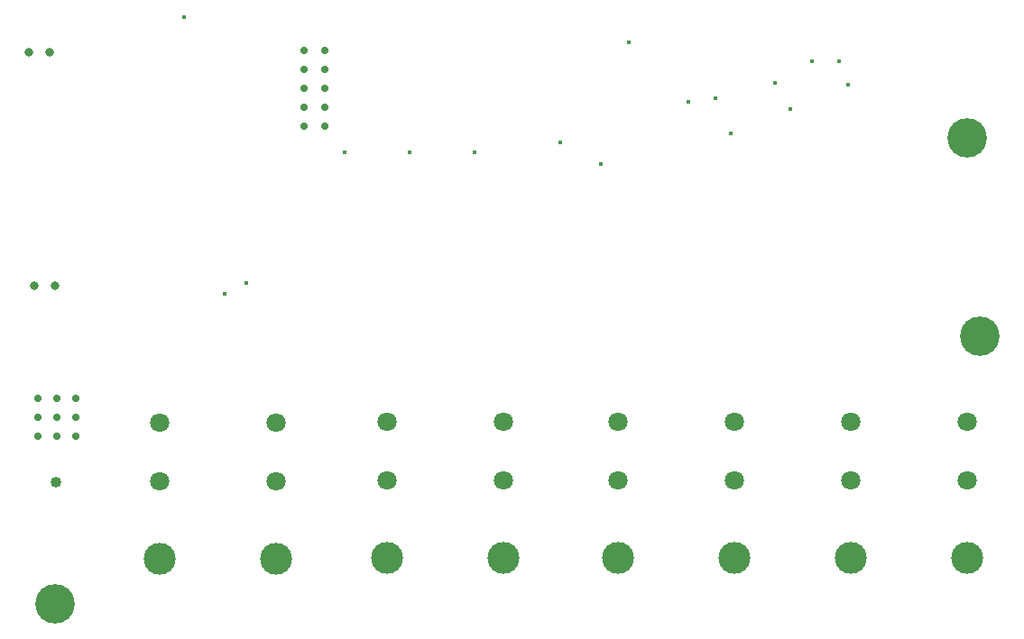
<source format=gbr>
%TF.GenerationSoftware,Altium Limited,Altium Designer,23.2.1 (34)*%
G04 Layer_Color=0*
%FSLAX45Y45*%
%MOMM*%
%TF.SameCoordinates,E9D2124A-86AF-48F7-823B-9A8D6BDBC947*%
%TF.FilePolarity,Positive*%
%TF.FileFunction,Plated,1,2,PTH,Drill*%
%TF.Part,Single*%
G01*
G75*
%TA.AperFunction,ComponentDrill*%
%ADD64C,1.02000*%
%ADD65C,3.70000*%
%ADD66C,1.80000*%
%ADD67C,3.00000*%
%ADD68C,0.80000*%
%TA.AperFunction,ViaDrill,NotFilled*%
%ADD69C,0.38100*%
%ADD70C,0.71120*%
D64*
X3291600Y4241800D02*
D03*
D65*
X11850700Y7476900D02*
D03*
X11965000Y5610000D02*
D03*
X3290900Y3095400D02*
D03*
D66*
X10756900Y4257028D02*
D03*
Y4807028D02*
D03*
X11849100Y4257028D02*
D03*
Y4807028D02*
D03*
X8572500Y4257028D02*
D03*
Y4807028D02*
D03*
X9664700Y4257028D02*
D03*
Y4807028D02*
D03*
X6400800Y4257028D02*
D03*
Y4807028D02*
D03*
X7493000Y4257028D02*
D03*
Y4807028D02*
D03*
X4267200Y4247900D02*
D03*
Y4797900D02*
D03*
X5359400Y4247900D02*
D03*
Y4797900D02*
D03*
D67*
X10756900Y3527028D02*
D03*
X11849100D02*
D03*
X8572500D02*
D03*
X9664700D02*
D03*
X6400800D02*
D03*
X7493000D02*
D03*
X4267200Y3517900D02*
D03*
X5359400D02*
D03*
D68*
X3289300Y6083300D02*
D03*
X3089300D02*
D03*
X3239300Y8283300D02*
D03*
X3039300D02*
D03*
D69*
X10388600Y8191500D02*
D03*
X5080000Y6108700D02*
D03*
X4876800Y6007100D02*
D03*
X4495800Y8610600D02*
D03*
X10045700Y7988300D02*
D03*
X9232900Y7810500D02*
D03*
X9486900Y7848600D02*
D03*
X10185400Y7747000D02*
D03*
X8407400Y7226300D02*
D03*
X6007100Y7340600D02*
D03*
X6616700D02*
D03*
X7226300D02*
D03*
X10642600Y8191500D02*
D03*
X9626600Y7518400D02*
D03*
X10731500Y7975600D02*
D03*
X8674100Y8369300D02*
D03*
X8026400Y7429500D02*
D03*
D70*
X3479800Y5029200D02*
D03*
X3302000D02*
D03*
X3124200D02*
D03*
Y4673600D02*
D03*
Y4851400D02*
D03*
X3302000D02*
D03*
Y4673600D02*
D03*
X3479800D02*
D03*
Y4851400D02*
D03*
X5626100Y7581900D02*
D03*
Y7759700D02*
D03*
Y7937500D02*
D03*
X5816600Y7759700D02*
D03*
Y7937500D02*
D03*
X5626100Y8293100D02*
D03*
Y8115300D02*
D03*
X5816600D02*
D03*
Y8293100D02*
D03*
Y7581900D02*
D03*
%TF.MD5,dfeec8fa60425aa51022a842d644e889*%
M02*

</source>
